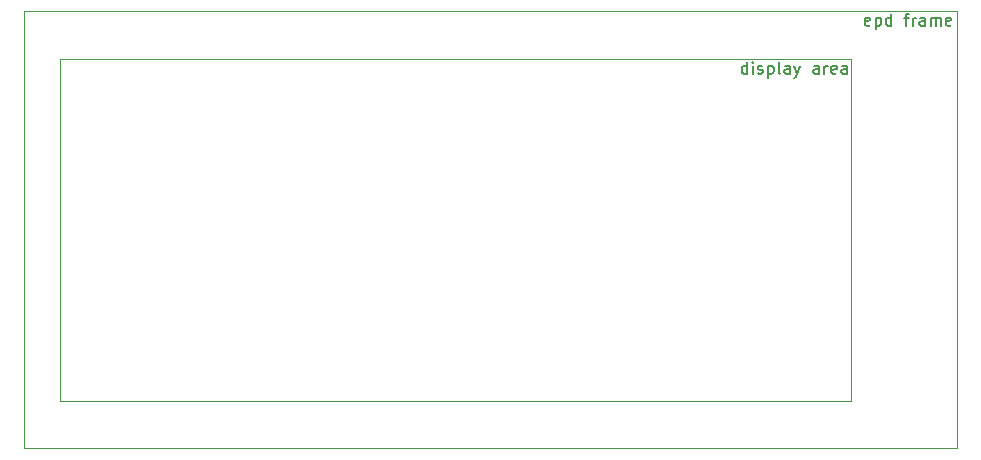
<source format=gbr>
%TF.GenerationSoftware,KiCad,Pcbnew,5.1.9+dfsg1-1~bpo10+1*%
%TF.CreationDate,2021-08-14T18:07:11+08:00*%
%TF.ProjectId,epd-clock,6570642d-636c-46f6-936b-2e6b69636164,rev?*%
%TF.SameCoordinates,Original*%
%TF.FileFunction,Legend,Top*%
%TF.FilePolarity,Positive*%
%FSLAX46Y46*%
G04 Gerber Fmt 4.6, Leading zero omitted, Abs format (unit mm)*
G04 Created by KiCad (PCBNEW 5.1.9+dfsg1-1~bpo10+1) date 2021-08-14 18:07:11*
%MOMM*%
%LPD*%
G01*
G04 APERTURE LIST*
%ADD10C,0.150000*%
%ADD11C,0.120000*%
G04 APERTURE END LIST*
D10*
X171611904Y-101154761D02*
X171516666Y-101202380D01*
X171326190Y-101202380D01*
X171230952Y-101154761D01*
X171183333Y-101059523D01*
X171183333Y-100678571D01*
X171230952Y-100583333D01*
X171326190Y-100535714D01*
X171516666Y-100535714D01*
X171611904Y-100583333D01*
X171659523Y-100678571D01*
X171659523Y-100773809D01*
X171183333Y-100869047D01*
X172088095Y-100535714D02*
X172088095Y-101535714D01*
X172088095Y-100583333D02*
X172183333Y-100535714D01*
X172373809Y-100535714D01*
X172469047Y-100583333D01*
X172516666Y-100630952D01*
X172564285Y-100726190D01*
X172564285Y-101011904D01*
X172516666Y-101107142D01*
X172469047Y-101154761D01*
X172373809Y-101202380D01*
X172183333Y-101202380D01*
X172088095Y-101154761D01*
X173421428Y-101202380D02*
X173421428Y-100202380D01*
X173421428Y-101154761D02*
X173326190Y-101202380D01*
X173135714Y-101202380D01*
X173040476Y-101154761D01*
X172992857Y-101107142D01*
X172945238Y-101011904D01*
X172945238Y-100726190D01*
X172992857Y-100630952D01*
X173040476Y-100583333D01*
X173135714Y-100535714D01*
X173326190Y-100535714D01*
X173421428Y-100583333D01*
X174516666Y-100535714D02*
X174897619Y-100535714D01*
X174659523Y-101202380D02*
X174659523Y-100345238D01*
X174707142Y-100250000D01*
X174802380Y-100202380D01*
X174897619Y-100202380D01*
X175230952Y-101202380D02*
X175230952Y-100535714D01*
X175230952Y-100726190D02*
X175278571Y-100630952D01*
X175326190Y-100583333D01*
X175421428Y-100535714D01*
X175516666Y-100535714D01*
X176278571Y-101202380D02*
X176278571Y-100678571D01*
X176230952Y-100583333D01*
X176135714Y-100535714D01*
X175945238Y-100535714D01*
X175850000Y-100583333D01*
X176278571Y-101154761D02*
X176183333Y-101202380D01*
X175945238Y-101202380D01*
X175850000Y-101154761D01*
X175802380Y-101059523D01*
X175802380Y-100964285D01*
X175850000Y-100869047D01*
X175945238Y-100821428D01*
X176183333Y-100821428D01*
X176278571Y-100773809D01*
X176754761Y-101202380D02*
X176754761Y-100535714D01*
X176754761Y-100630952D02*
X176802380Y-100583333D01*
X176897619Y-100535714D01*
X177040476Y-100535714D01*
X177135714Y-100583333D01*
X177183333Y-100678571D01*
X177183333Y-101202380D01*
X177183333Y-100678571D02*
X177230952Y-100583333D01*
X177326190Y-100535714D01*
X177469047Y-100535714D01*
X177564285Y-100583333D01*
X177611904Y-100678571D01*
X177611904Y-101202380D01*
X178469047Y-101154761D02*
X178373809Y-101202380D01*
X178183333Y-101202380D01*
X178088095Y-101154761D01*
X178040476Y-101059523D01*
X178040476Y-100678571D01*
X178088095Y-100583333D01*
X178183333Y-100535714D01*
X178373809Y-100535714D01*
X178469047Y-100583333D01*
X178516666Y-100678571D01*
X178516666Y-100773809D01*
X178040476Y-100869047D01*
X161225000Y-105277380D02*
X161225000Y-104277380D01*
X161225000Y-105229761D02*
X161129761Y-105277380D01*
X160939285Y-105277380D01*
X160844047Y-105229761D01*
X160796428Y-105182142D01*
X160748809Y-105086904D01*
X160748809Y-104801190D01*
X160796428Y-104705952D01*
X160844047Y-104658333D01*
X160939285Y-104610714D01*
X161129761Y-104610714D01*
X161225000Y-104658333D01*
X161701190Y-105277380D02*
X161701190Y-104610714D01*
X161701190Y-104277380D02*
X161653571Y-104325000D01*
X161701190Y-104372619D01*
X161748809Y-104325000D01*
X161701190Y-104277380D01*
X161701190Y-104372619D01*
X162129761Y-105229761D02*
X162225000Y-105277380D01*
X162415476Y-105277380D01*
X162510714Y-105229761D01*
X162558333Y-105134523D01*
X162558333Y-105086904D01*
X162510714Y-104991666D01*
X162415476Y-104944047D01*
X162272619Y-104944047D01*
X162177380Y-104896428D01*
X162129761Y-104801190D01*
X162129761Y-104753571D01*
X162177380Y-104658333D01*
X162272619Y-104610714D01*
X162415476Y-104610714D01*
X162510714Y-104658333D01*
X162986904Y-104610714D02*
X162986904Y-105610714D01*
X162986904Y-104658333D02*
X163082142Y-104610714D01*
X163272619Y-104610714D01*
X163367857Y-104658333D01*
X163415476Y-104705952D01*
X163463095Y-104801190D01*
X163463095Y-105086904D01*
X163415476Y-105182142D01*
X163367857Y-105229761D01*
X163272619Y-105277380D01*
X163082142Y-105277380D01*
X162986904Y-105229761D01*
X164034523Y-105277380D02*
X163939285Y-105229761D01*
X163891666Y-105134523D01*
X163891666Y-104277380D01*
X164844047Y-105277380D02*
X164844047Y-104753571D01*
X164796428Y-104658333D01*
X164701190Y-104610714D01*
X164510714Y-104610714D01*
X164415476Y-104658333D01*
X164844047Y-105229761D02*
X164748809Y-105277380D01*
X164510714Y-105277380D01*
X164415476Y-105229761D01*
X164367857Y-105134523D01*
X164367857Y-105039285D01*
X164415476Y-104944047D01*
X164510714Y-104896428D01*
X164748809Y-104896428D01*
X164844047Y-104848809D01*
X165225000Y-104610714D02*
X165463095Y-105277380D01*
X165701190Y-104610714D02*
X165463095Y-105277380D01*
X165367857Y-105515476D01*
X165320238Y-105563095D01*
X165225000Y-105610714D01*
X167272619Y-105277380D02*
X167272619Y-104753571D01*
X167225000Y-104658333D01*
X167129761Y-104610714D01*
X166939285Y-104610714D01*
X166844047Y-104658333D01*
X167272619Y-105229761D02*
X167177380Y-105277380D01*
X166939285Y-105277380D01*
X166844047Y-105229761D01*
X166796428Y-105134523D01*
X166796428Y-105039285D01*
X166844047Y-104944047D01*
X166939285Y-104896428D01*
X167177380Y-104896428D01*
X167272619Y-104848809D01*
X167748809Y-105277380D02*
X167748809Y-104610714D01*
X167748809Y-104801190D02*
X167796428Y-104705952D01*
X167844047Y-104658333D01*
X167939285Y-104610714D01*
X168034523Y-104610714D01*
X168748809Y-105229761D02*
X168653571Y-105277380D01*
X168463095Y-105277380D01*
X168367857Y-105229761D01*
X168320238Y-105134523D01*
X168320238Y-104753571D01*
X168367857Y-104658333D01*
X168463095Y-104610714D01*
X168653571Y-104610714D01*
X168748809Y-104658333D01*
X168796428Y-104753571D01*
X168796428Y-104848809D01*
X168320238Y-104944047D01*
X169653571Y-105277380D02*
X169653571Y-104753571D01*
X169605952Y-104658333D01*
X169510714Y-104610714D01*
X169320238Y-104610714D01*
X169225000Y-104658333D01*
X169653571Y-105229761D02*
X169558333Y-105277380D01*
X169320238Y-105277380D01*
X169225000Y-105229761D01*
X169177380Y-105134523D01*
X169177380Y-105039285D01*
X169225000Y-104944047D01*
X169320238Y-104896428D01*
X169558333Y-104896428D01*
X169653571Y-104848809D01*
D11*
X103000000Y-104000000D02*
X170000000Y-104000000D01*
X103000000Y-133000000D02*
X170000000Y-133000000D01*
X103000000Y-104000000D02*
X103000000Y-133000000D01*
X170000000Y-104000000D02*
X170000000Y-133000000D01*
X100000000Y-100000000D02*
X100000000Y-137000000D01*
X100000000Y-137000000D02*
X179000000Y-137000000D01*
X179000000Y-100000000D02*
X179000000Y-137000000D01*
X100000000Y-100000000D02*
X179000000Y-100000000D01*
M02*

</source>
